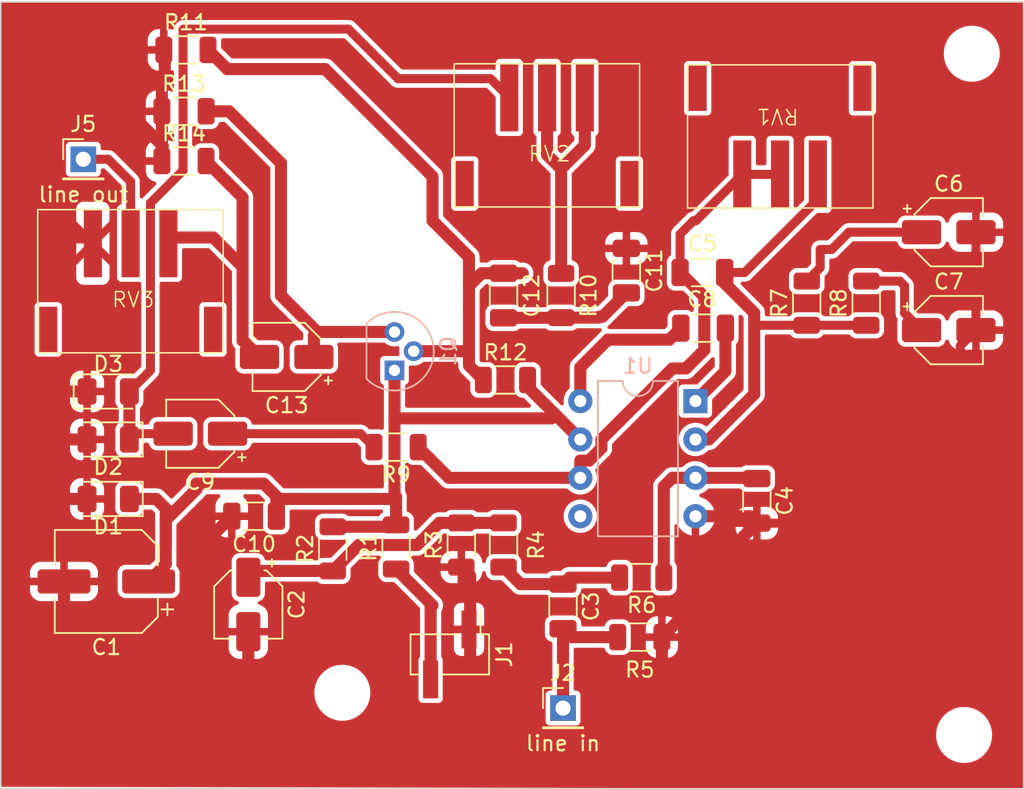
<source format=kicad_pcb>
(kicad_pcb (version 20221018) (generator pcbnew)
  (layers (0 "F.Cu" signal) (31 "B.Cu" signal) (34 "B.Paste" user) (35 "F.Paste" user) (36 "B.SilkS" user "B.Silkscreen") (37 "F.SilkS" user "F.Silkscreen") (38 "B.Mask" user) (39 "F.Mask" user) (44 "Edge.Cuts" user))
  (net 0 "")
  (net 1 "Net-(D1-K)")
  (net 2 "GND")
  (net 3 "Net-(C2-Pad1)")
  (net 4 "Net-(C3-Pad1)")
  (net 5 "LINE")
  (net 6 "Net-(C4-Pad1)")
  (net 7 "Net-(C5-Pad1)")
  (net 8 "Net-(C5-Pad2)")
  (net 9 "Net-(C6-Pad1)")
  (net 10 "Net-(C7-Pad1)")
  (net 11 "Net-(C8-Pad1)")
  (net 12 "Net-(C8-Pad2)")
  (net 13 "Net-(C9-Pad1)")
  (net 14 "Net-(D2-K)")
  (net 15 "Net-(C11-Pad2)")
  (net 16 "Net-(Q1-G)")
  (net 17 "Net-(Q1-S)")
  (net 18 "Net-(C13-Pad2)")
  (net 19 "+9V")
  (net 20 "VD")
  (net 21 "Net-(R10-Pad1)")
  (footprint "Capacitor_SMD:C_1206_3216Metric" (layer "F.Cu") (at 111.633 57.404 -90)
    (fp_text reference "C12" (at 0 -1.85 90) (layer "F.SilkS"))
    (fp_text value "C" hide)
    (fp_line (start -0.711252 -0.91) (end 0.711252 -0.91) (stroke (width 0.12)) (layer "F.SilkS"))
    (fp_line (start -0.711252 0.91) (end 0.711252 0.91) (stroke (width 0.12)) (layer "F.SilkS"))
    (pad "1" smd roundrect (at -1.475 0 270) (size 1.15 1.8) (layers "F.Cu" "F.Paste" "F.Mask") (roundrect_rratio 0.217391) (net 16 "Net-(Q1-G)"))
    (pad "2" smd roundrect (at 1.475 0 270) (size 1.15 1.8) (layers "F.Cu" "F.Paste" "F.Mask") (roundrect_rratio 0.217391) (net 15 "Net-(C11-Pad2)"))
  )
  (footprint "Resistor_SMD:R_1206_3216Metric" (layer "F.Cu") (at 90.4855 48.502)
    (fp_text reference "R14" (at 0 -1.82) (layer "F.SilkS"))
    (fp_text value "R" hide)
    (fp_line (start -0.727064 -0.91) (end 0.727064 -0.91) (stroke (width 0.12)) (layer "F.SilkS"))
    (fp_line (start -0.727064 0.91) (end 0.727064 0.91) (stroke (width 0.12)) (layer "F.SilkS"))
    (pad "1" smd roundrect (at -1.4625 0) (size 1.125 1.75) (layers "F.Cu" "F.Paste" "F.Mask") (roundrect_rratio 0.222222) (net 2 "GND"))
    (pad "2" smd roundrect (at 1.4625 0) (size 1.125 1.75) (layers "F.Cu" "F.Paste" "F.Mask") (roundrect_rratio 0.222222) (net 18 "Net-(C13-Pad2)"))
  )
  (footprint "Resistor_SMD:R_1206_3216Metric" (layer "F.Cu") (at 104.521 74.041 90)
    (fp_text reference "R1" (at 0 -1.82 90) (layer "F.SilkS"))
    (fp_text value "R" hide)
    (fp_line (start -0.727064 -0.91) (end 0.727064 -0.91) (stroke (width 0.12)) (layer "F.SilkS"))
    (fp_line (start -0.727064 0.91) (end 0.727064 0.91) (stroke (width 0.12)) (layer "F.SilkS"))
    (pad "1" smd roundrect (at -1.4625 0 90) (size 1.125 1.75) (layers "F.Cu" "F.Paste" "F.Mask") (roundrect_rratio 0.222222) (net 19 "+9V"))
    (pad "2" smd roundrect (at 1.4625 0 90) (size 1.125 1.75) (layers "F.Cu" "F.Paste" "F.Mask") (roundrect_rratio 0.222222) (net 1 "Net-(D1-K)"))
  )
  (footprint "Diode_SMD:D_1206_3216Metric" (layer "F.Cu") (at 85.471 70.866 180)
    (fp_text reference "D1" (at 0 -1.82) (layer "F.SilkS"))
    (fp_text value "D" hide)
    (fp_line (start -2.285 -1.135) (end -2.285 1.135) (stroke (width 0.12)) (layer "F.SilkS"))
    (fp_line (start -2.285 1.135) (end 1.6 1.135) (stroke (width 0.12)) (layer "F.SilkS"))
    (fp_line (start 1.6 -1.135) (end -2.285 -1.135) (stroke (width 0.12)) (layer "F.SilkS"))
    (pad "1" smd roundrect (at -1.4 0 180) (size 1.25 1.75) (layers "F.Cu" "F.Paste" "F.Mask") (roundrect_rratio 0.2) (net 1 "Net-(D1-K)"))
    (pad "2" smd roundrect (at 1.4 0 180) (size 1.25 1.75) (layers "F.Cu" "F.Paste" "F.Mask") (roundrect_rratio 0.2) (net 2 "GND"))
  )
  (footprint "Capacitor_SMD:CP_Elec_4x5.4" (layer "F.Cu") (at 97.282 61.468 180)
    (fp_text reference "C13" (at 0 -3.2) (layer "F.SilkS"))
    (fp_text value "C_Polarized" hide)
    (fp_line (start -3 -1.56) (end -2.5 -1.56) (stroke (width 0.12)) (layer "F.SilkS"))
    (fp_line (start -2.75 -1.81) (end -2.75 -1.31) (stroke (width 0.12)) (layer "F.SilkS"))
    (fp_line (start -2.26 -1.195563) (end -2.26 -1.06) (stroke (width 0.12)) (layer "F.SilkS"))
    (fp_line (start -2.26 -1.195563) (end -1.195563 -2.26) (stroke (width 0.12)) (layer "F.SilkS"))
    (fp_line (start -2.26 1.195563) (end -2.26 1.06) (stroke (width 0.12)) (layer "F.SilkS"))
    (fp_line (start -2.26 1.195563) (end -1.195563 2.26) (stroke (width 0.12)) (layer "F.SilkS"))
    (fp_line (start -1.195563 -2.26) (end 2.26 -2.26) (stroke (width 0.12)) (layer "F.SilkS"))
    (fp_line (start -1.195563 2.26) (end 2.26 2.26) (stroke (width 0.12)) (layer "F.SilkS"))
    (fp_line (start 2.26 -2.26) (end 2.26 -1.06) (stroke (width 0.12)) (layer "F.SilkS"))
    (fp_line (start 2.26 2.26) (end 2.26 1.06) (stroke (width 0.12)) (layer "F.SilkS"))
    (pad "1" smd roundrect (at -1.8 0 180) (size 2.6 1.6) (layers "F.Cu" "F.Paste" "F.Mask") (roundrect_rratio 0.15625) (net 17 "Net-(Q1-S)"))
    (pad "2" smd roundrect (at 1.8 0 180) (size 2.6 1.6) (layers "F.Cu" "F.Paste" "F.Mask") (roundrect_rratio 0.15625) (net 18 "Net-(C13-Pad2)"))
  )
  (footprint "Resistor_SMD:R_1206_3216Metric" (layer "F.Cu") (at 108.839 73.914 90)
    (fp_text reference "R3" (at 0 -1.82 90) (layer "F.SilkS"))
    (fp_text value "R" hide)
    (fp_line (start -0.727064 -0.91) (end 0.727064 -0.91) (stroke (width 0.12)) (layer "F.SilkS"))
    (fp_line (start -0.727064 0.91) (end 0.727064 0.91) (stroke (width 0.12)) (layer "F.SilkS"))
    (pad "1" smd roundrect (at -1.4625 0 90) (size 1.125 1.75) (layers "F.Cu" "F.Paste" "F.Mask") (roundrect_rratio 0.222222) (net 2 "GND"))
    (pad "2" smd roundrect (at 1.4625 0 90) (size 1.125 1.75) (layers "F.Cu" "F.Paste" "F.Mask") (roundrect_rratio 0.222222) (net 3 "Net-(C2-Pad1)"))
  )
  (footprint "Resistor_SMD:R_1206_3216Metric" (layer "F.Cu") (at 115.443 57.404 -90)
    (fp_text reference "R10" (at 0 -1.82 90) (layer "F.SilkS"))
    (fp_text value "R" hide)
    (fp_line (start -0.727064 -0.91) (end 0.727064 -0.91) (stroke (width 0.12)) (layer "F.SilkS"))
    (fp_line (start -0.727064 0.91) (end 0.727064 0.91) (stroke (width 0.12)) (layer "F.SilkS"))
    (pad "1" smd roundrect (at -1.4625 0 270) (size 1.125 1.75) (layers "F.Cu" "F.Paste" "F.Mask") (roundrect_rratio 0.222222) (net 21 "Net-(R10-Pad1)"))
    (pad "2" smd roundrect (at 1.4625 0 270) (size 1.125 1.75) (layers "F.Cu" "F.Paste" "F.Mask") (roundrect_rratio 0.222222) (net 15 "Net-(C11-Pad2)"))
  )
  (footprint "Resistor_SMD:R_1206_3216Metric" (layer "F.Cu") (at 111.76 62.992)
    (fp_text reference "R12" (at 0 -1.82) (layer "F.SilkS"))
    (fp_text value "R" hide)
    (fp_line (start -0.727064 -0.91) (end 0.727064 -0.91) (stroke (width 0.12)) (layer "F.SilkS"))
    (fp_line (start -0.727064 0.91) (end 0.727064 0.91) (stroke (width 0.12)) (layer "F.SilkS"))
    (pad "1" smd roundrect (at -1.4625 0) (size 1.125 1.75) (layers "F.Cu" "F.Paste" "F.Mask") (roundrect_rratio 0.222222) (net 16 "Net-(Q1-G)"))
    (pad "2" smd roundrect (at 1.4625 0) (size 1.125 1.75) (layers "F.Cu" "F.Paste" "F.Mask") (roundrect_rratio 0.222222) (net 1 "Net-(D1-K)"))
  )
  (footprint "Resistor_SMD:R_1206_3216Metric" (layer "F.Cu") (at 111.633 73.914 90)
    (fp_text reference "R4" (at 0 2.159 90) (layer "F.SilkS"))
    (fp_text value "R" hide)
    (fp_line (start -0.727064 -0.91) (end 0.727064 -0.91) (stroke (width 0.12)) (layer "F.SilkS"))
    (fp_line (start -0.727064 0.91) (end 0.727064 0.91) (stroke (width 0.12)) (layer "F.SilkS"))
    (pad "1" smd roundrect (at -1.4625 0 90) (size 1.125 1.75) (layers "F.Cu" "F.Paste" "F.Mask") (roundrect_rratio 0.222222) (net 4 "Net-(C3-Pad1)"))
    (pad "2" smd roundrect (at 1.4625 0 90) (size 1.125 1.75) (layers "F.Cu" "F.Paste" "F.Mask") (roundrect_rratio 0.222222) (net 3 "Net-(C2-Pad1)"))
  )
  (footprint "Capacitor_SMD:C_1206_3216Metric" (layer "F.Cu") (at 124.792 55.88 180)
    (fp_text reference "C5" (at 0 1.905) (layer "F.SilkS"))
    (fp_text value "C" hide)
    (fp_line (start -0.711252 -0.91) (end 0.711252 -0.91) (stroke (width 0.12)) (layer "F.SilkS"))
    (fp_line (start -0.711252 0.91) (end 0.711252 0.91) (stroke (width 0.12)) (layer "F.SilkS"))
    (pad "1" smd roundrect (at -1.475 0 180) (size 1.15 1.8) (layers "F.Cu" "F.Paste" "F.Mask") (roundrect_rratio 0.217391) (net 7 "Net-(C5-Pad1)"))
    (pad "2" smd roundrect (at 1.475 0 180) (size 1.15 1.8) (layers "F.Cu" "F.Paste" "F.Mask") (roundrect_rratio 0.217391) (net 8 "Net-(C5-Pad2)"))
  )
  (footprint "Resistor_SMD:R_1206_3216Metric" (layer "F.Cu") (at 120.65 80.01)
    (fp_text reference "R5" (at 0 2.159) (layer "F.SilkS"))
    (fp_text value "R" hide)
    (fp_line (start -0.727064 -0.91) (end 0.727064 -0.91) (stroke (width 0.12)) (layer "F.SilkS"))
    (fp_line (start -0.727064 0.91) (end 0.727064 0.91) (stroke (width 0.12)) (layer "F.SilkS"))
    (pad "1" smd roundrect (at -1.4625 0) (size 1.125 1.75) (layers "F.Cu" "F.Paste" "F.Mask") (roundrect_rratio 0.222222) (net 5 "LINE"))
    (pad "2" smd roundrect (at 1.4625 0) (size 1.125 1.75) (layers "F.Cu" "F.Paste" "F.Mask") (roundrect_rratio 0.222222) (net 2 "GND"))
  )
  (footprint "Resistor_SMD:R_1206_3216Metric" (layer "F.Cu") (at 131.699 57.912 90)
    (fp_text reference "R7" (at 0 -1.82 90) (layer "F.SilkS"))
    (fp_text value "R" hide)
    (fp_line (start -0.727064 -0.91) (end 0.727064 -0.91) (stroke (width 0.12)) (layer "F.SilkS"))
    (fp_line (start -0.727064 0.91) (end 0.727064 0.91) (stroke (width 0.12)) (layer "F.SilkS"))
    (pad "1" smd roundrect (at -1.4625 0 90) (size 1.125 1.75) (layers "F.Cu" "F.Paste" "F.Mask") (roundrect_rratio 0.222222) (net 7 "Net-(C5-Pad1)"))
    (pad "2" smd roundrect (at 1.4625 0 90) (size 1.125 1.75) (layers "F.Cu" "F.Paste" "F.Mask") (roundrect_rratio 0.222222) (net 9 "Net-(C6-Pad1)"))
  )
  (footprint "Capacitor_SMD:C_1206_3216Metric" (layer "F.Cu") (at 119.761 55.753 -90)
    (fp_text reference "C11" (at 0 -1.85 90) (layer "F.SilkS"))
    (fp_text value "C" hide)
    (fp_line (start -0.711252 -0.91) (end 0.711252 -0.91) (stroke (width 0.12)) (layer "F.SilkS"))
    (fp_line (start -0.711252 0.91) (end 0.711252 0.91) (stroke (width 0.12)) (layer "F.SilkS"))
    (pad "1" smd roundrect (at -1.475 0 270) (size 1.15 1.8) (layers "F.Cu" "F.Paste" "F.Mask") (roundrect_rratio 0.217391) (net 2 "GND"))
    (pad "2" smd roundrect (at 1.475 0 270) (size 1.15 1.8) (layers "F.Cu" "F.Paste" "F.Mask") (roundrect_rratio 0.217391) (net 15 "Net-(C11-Pad2)"))
  )
  (footprint "Connector_PinHeader_2.54mm:PinHeader_1x01_P2.54mm_Vertical" (layer "F.Cu") (at 83.82 48.387)
    (fp_text reference "J5" (at 0 -2.33) (layer "F.SilkS"))
    (fp_text value "line out" (at 0 2.33) (layer "F.SilkS"))
    (fp_line (start -1.33 -1.33) (end 0 -1.33) (stroke (width 0.12)) (layer "F.SilkS"))
    (fp_line (start -1.33 0) (end -1.33 -1.33) (stroke (width 0.12)) (layer "F.SilkS"))
    (fp_line (start -1.33 1.27) (end -1.33 1.33) (stroke (width 0.12)) (layer "F.SilkS"))
    (fp_line (start -1.33 1.27) (end 1.33 1.27) (stroke (width 0.12)) (layer "F.SilkS"))
    (fp_line (start -1.33 1.33) (end 1.33 1.33) (stroke (width 0.12)) (layer "F.SilkS"))
    (fp_line (start 1.33 1.27) (end 1.33 1.33) (stroke (width 0.12)) (layer "F.SilkS"))
    (pad "1" thru_hole rect (at 0 0) (size 1.7 1.7) (drill 1) (layers "*.Cu" "*.Mask") (net 20 "VD"))
  )
  (footprint "Capacitor_SMD:C_1206_3216Metric" (layer "F.Cu") (at 115.57 77.978 -90)
    (fp_text reference "C3" (at 0 -1.85 90) (layer "F.SilkS"))
    (fp_text value "C")
    (fp_line (start -0.711252 -0.91) (end 0.711252 -0.91) (stroke (width 0.12)) (layer "F.SilkS"))
    (fp_line (start -0.711252 0.91) (end 0.711252 0.91) (stroke (width 0.12)) (layer "F.SilkS"))
    (pad "1" smd roundrect (at -1.475 0 270) (size 1.15 1.8) (layers "F.Cu" "F.Paste" "F.Mask") (roundrect_rratio 0.217391) (net 4 "Net-(C3-Pad1)"))
    (pad "2" smd roundrect (at 1.475 0 270) (size 1.15 1.8) (layers "F.Cu" "F.Paste" "F.Mask") (roundrect_rratio 0.217391) (net 5 "LINE"))
  )
  (footprint "Diode_SMD:D_1206_3216Metric" (layer "F.Cu") (at 85.471 63.754)
    (fp_text reference "D3" (at 0 -1.82) (layer "F.SilkS"))
    (fp_text value "D" hide)
    (fp_line (start -2.285 -1.135) (end -2.285 1.135) (stroke (width 0.12)) (layer "F.SilkS"))
    (fp_line (start -2.285 1.135) (end 1.6 1.135) (stroke (width 0.12)) (layer "F.SilkS"))
    (fp_line (start 1.6 -1.135) (end -2.285 -1.135) (stroke (width 0.12)) (layer "F.SilkS"))
    (pad "1" smd roundrect (at -1.4 0) (size 1.25 1.75) (layers "F.Cu" "F.Paste" "F.Mask") (roundrect_rratio 0.2) (net 2 "GND"))
    (pad "2" smd roundrect (at 1.4 0) (size 1.25 1.75) (layers "F.Cu" "F.Paste" "F.Mask") (roundrect_rratio 0.2) (net 14 "Net-(D2-K)"))
  )
  (footprint "Capacitor_SMD:C_1206_3216Metric" (layer "F.Cu") (at 128.397 70.993 -90)
    (fp_text reference "C4" (at 0 -1.85 90) (layer "F.SilkS"))
    (fp_text value "C" hide)
    (fp_line (start -0.711252 -0.91) (end 0.711252 -0.91) (stroke (width 0.12)) (layer "F.SilkS"))
    (fp_line (start -0.711252 0.91) (end 0.711252 0.91) (stroke (width 0.12)) (layer "F.SilkS"))
    (pad "1" smd roundrect (at -1.475 0 270) (size 1.15 1.8) (layers "F.Cu" "F.Paste" "F.Mask") (roundrect_rratio 0.217391) (net 6 "Net-(C4-Pad1)"))
    (pad "2" smd roundrect (at 1.475 0 270) (size 1.15 1.8) (layers "F.Cu" "F.Paste" "F.Mask") (roundrect_rratio 0.217391) (net 2 "GND"))
  )
  (footprint "Resistor_SMD:R_1206_3216Metric" (layer "F.Cu") (at 90.6125 41.148)
    (fp_text reference "R11" (at 0 -1.82) (layer "F.SilkS"))
    (fp_text value "R" hide)
    (fp_line (start -0.727064 -0.91) (end 0.727064 -0.91) (stroke (width 0.12)) (layer "F.SilkS"))
    (fp_line (start -0.727064 0.91) (end 0.727064 0.91) (stroke (width 0.12)) (layer "F.SilkS"))
    (pad "1" smd roundrect (at -1.4625 0) (size 1.125 1.75) (layers "F.Cu" "F.Paste" "F.Mask") (roundrect_rratio 0.222222) (net 2 "GND"))
    (pad "2" smd roundrect (at 1.4625 0) (size 1.125 1.75) (layers "F.Cu" "F.Paste" "F.Mask") (roundrect_rratio 0.222222) (net 16 "Net-(Q1-G)"))
  )
  (footprint "Capacitor_SMD:CP_Elec_4x5.4" (layer "F.Cu") (at 141.097 53.213)
    (fp_text reference "C6" (at 0 -3.2) (layer "F.SilkS"))
    (fp_text value "C_Polarized" hide)
    (fp_line (start -3 -1.56) (end -2.5 -1.56) (stroke (width 0.12)) (layer "F.SilkS"))
    (fp_line (start -2.75 -1.81) (end -2.75 -1.31) (stroke (width 0.12)) (layer "F.SilkS"))
    (fp_line (start -2.26 -1.195563) (end -2.26 -1.06) (stroke (width 0.12)) (layer "F.SilkS"))
    (fp_line (start -2.26 -1.195563) (end -1.195563 -2.26) (stroke (width 0.12)) (layer "F.SilkS"))
    (fp_line (start -2.26 1.195563) (end -2.26 1.06) (stroke (width 0.12)) (layer "F.SilkS"))
    (fp_line (start -2.26 1.195563) (end -1.195563 2.26) (stroke (width 0.12)) (layer "F.SilkS"))
    (fp_line (start -1.195563 -2.26) (end 2.26 -2.26) (stroke (width 0.12)) (layer "F.SilkS"))
    (fp_line (start -1.195563 2.26) (end 2.26 2.26) (stroke (width 0.12)) (layer "F.SilkS"))
    (fp_line (start 2.26 -2.26) (end 2.26 -1.06) (stroke (width 0.12)) (layer "F.SilkS"))
    (fp_line (start 2.26 2.26) (end 2.26 1.06) (stroke (width 0.12)) (layer "F.SilkS"))
    (pad "1" smd roundrect (at -1.8 0) (size 2.6 1.6) (layers "F.Cu" "F.Paste" "F.Mask") (roundrect_rratio 0.15625) (net 9 "Net-(C6-Pad1)"))
    (pad "2" smd roundrect (at 1.8 0) (size 2.6 1.6) (layers "F.Cu" "F.Paste" "F.Mask") (roundrect_rratio 0.15625) (net 2 "GND"))
  )
  (footprint "Capacitor_SMD:CP_Elec_4x5.4" (layer "F.Cu") (at 94.742 77.851 -90)
    (fp_text reference "C2" (at 0 -3.2 90) (layer "F.SilkS"))
    (fp_text value "C_Polarized" hide)
    (fp_line (start -3 -1.56) (end -2.5 -1.56) (stroke (width 0.12)) (layer "F.SilkS"))
    (fp_line (start -2.75 -1.81) (end -2.75 -1.31) (stroke (width 0.12)) (layer "F.SilkS"))
    (fp_line (start -2.26 -1.195563) (end -2.26 -1.06) (stroke (width 0.12)) (layer "F.SilkS"))
    (fp_line (start -2.26 -1.195563) (end -1.195563 -2.26) (stroke (width 0.12)) (layer "F.SilkS"))
    (fp_line (start -2.26 1.195563) (end -2.26 1.06) (stroke (width 0.12)) (layer "F.SilkS"))
    (fp_line (start -2.26 1.195563) (end -1.195563 2.26) (stroke (width 0.12)) (layer "F.SilkS"))
    (fp_line (start -1.195563 -2.26) (end 2.26 -2.26) (stroke (width 0.12)) (layer "F.SilkS"))
    (fp_line (start -1.195563 2.26) (end 2.26 2.26) (stroke (width 0.12)) (layer "F.SilkS"))
    (fp_line (start 2.26 -2.26) (end 2.26 -1.06) (stroke (width 0.12)) (layer "F.SilkS"))
    (fp_line (start 2.26 2.26) (end 2.26 1.06) (stroke (width 0.12)) (layer "F.SilkS"))
    (pad "1" smd roundrect (at -1.8 0 270) (size 2.6 1.6) (layers "F.Cu" "F.Paste" "F.Mask") (roundrect_rratio 0.15625) (net 3 "Net-(C2-Pad1)"))
    (pad "2" smd roundrect (at 1.8 0 270) (size 2.6 1.6) (layers "F.Cu" "F.Paste" "F.Mask") (roundrect_rratio 0.15625) (net 2 "GND"))
  )
  (footprint "Resistor_SMD:R_1206_3216Metric" (layer "F.Cu") (at 135.636 57.912 90)
    (fp_text reference "R8" (at 0 -1.82 90) (layer "F.SilkS"))
    (fp_text value "R" hide)
    (fp_line (start -0.727064 -0.91) (end 0.727064 -0.91) (stroke (width 0.12)) (layer "F.SilkS"))
    (fp_line (start -0.727064 0.91) (end 0.727064 0.91) (stroke (width 0.12)) (layer "F.SilkS"))
    (pad "1" smd roundrect (at -1.4625 0 90) (size 1.125 1.75) (layers "F.Cu" "F.Paste" "F.Mask") (roundrect_rratio 0.222222) (net 7 "Net-(C5-Pad1)"))
    (pad "2" smd roundrect (at 1.4625 0 90) (size 1.125 1.75) (layers "F.Cu" "F.Paste" "F.Mask") (roundrect_rratio 0.222222) (net 10 "Net-(C7-Pad1)"))
  )
  (footprint "Resistor_SMD:R_1206_3216Metric" (layer "F.Cu") (at 120.777 76.073 180)
    (fp_text reference "R6" (at 0 -1.82) (layer "F.SilkS"))
    (fp_text value "R" hide)
    (fp_line (start -0.727064 -0.91) (end 0.727064 -0.91) (stroke (width 0.12)) (layer "F.SilkS"))
    (fp_line (start -0.727064 0.91) (end 0.727064 0.91) (stroke (width 0.12)) (layer "F.SilkS"))
    (pad "1" smd roundrect (at -1.4625 0 180) (size 1.125 1.75) (layers "F.Cu" "F.Paste" "F.Mask") (roundrect_rratio 0.222222) (net 6 "Net-(C4-Pad1)"))
    (pad "2" smd roundrect (at 1.4625 0 180) (size 1.125 1.75) (layers "F.Cu" "F.Paste" "F.Mask") (roundrect_rratio 0.222222) (net 4 "Net-(C3-Pad1)"))
  )
  (footprint "Connector_PinHeader_2.54mm:PinHeader_1x02_P2.54mm_Vertical_SMD_Pin1Left" (layer "F.Cu") (at 108.077 81.153 -90)
    (fp_text reference "J1" (at 0 -3.6 90) (layer "F.SilkS"))
    (fp_text value "Conn_01x02" hide)
    (fp_line (start -1.33 -2.6) (end -1.33 -2.03) (stroke (width 0.12)) (layer "F.SilkS"))
    (fp_line (start -1.33 -2.6) (end 1.33 -2.6) (stroke (width 0.12)) (layer "F.SilkS"))
    (fp_line (start -1.33 -2.03) (end -2.85 -2.03) (stroke (width 0.12)) (layer "F.SilkS"))
    (fp_line (start -1.33 -0.51) (end -1.33 2.6) (stroke (width 0.12)) (layer "F.SilkS"))
    (fp_line (start -1.33 2.6) (end 1.33 2.6) (stroke (width 0.12)) (layer "F.SilkS"))
    (fp_line (start 1.33 -2.6) (end 1.33 0.51) (stroke (width 0.12)) (layer "F.SilkS"))
    (fp_line (start 1.33 2.03) (end 1.33 2.6) (stroke (width 0.12)) (layer "F.SilkS"))
    (pad "1" smd rect (at -1.655 -1.27 270) (size 2.51 1) (layers "F.Cu" "F.Paste" "F.Mask") (net 2 "GND"))
    (pad "2" smd rect (at 1.655 1.27 270) (size 2.51 1) (layers "F.Cu" "F.Paste" "F.Mask") (net 19 "+9V"))
  )
  (footprint "DCDC buck converter lm2596:XH 2.54mm 3p smd vertical header" (layer "F.Cu") (at 79.079 64.92)
    (fp_text reference "RV3" (at 8.043 -7.238 unlocked) (layer "F.SilkS") (effects (font (thickness 0.1))))
    (fp_text value "Volume")
    (fp_rect (start 1.725 -13.2) (end 14 -3.725) (stroke (width 0.1)) (fill none) (layer "F.SilkS"))
    (pad "1" smd rect (at 5.375 -10.975) (size 1.2 4.5) (layers "F.Cu" "F.Paste" "F.Mask") (net 2 "GND"))
    (pad "2" smd rect (at 7.875 -10.975) (size 1.2 4.5) (layers "F.Cu" "F.Paste" "F.Mask") (net 20 "VD"))
    (pad "3" smd rect (at 10.375 -10.975) (size 1.2 4.5) (layers "F.Cu" "F.Paste" "F.Mask") (net 18 "Net-(C13-Pad2)"))
    (pad "4" smd rect (at 2.425 -5.275) (size 1.2 3) (layers "F.Cu" "F.Paste" "F.Mask"))
    (pad "4" smd rect (at 13.325 -5.275) (size 1.2 3) (layers "F.Cu" "F.Paste" "F.Mask"))
  )
  (footprint "Capacitor_SMD:C_1206_3216Metric" (layer "F.Cu") (at 95.123 72.009 180)
    (fp_text reference "C10" (at 0 -1.85) (layer "F.SilkS"))
    (fp_text value "C" hide)
    (fp_line (start -0.711252 -0.91) (end 0.711252 -0.91) (stroke (width 0.12)) (layer "F.SilkS"))
    (fp_line (start -0.711252 0.91) (end 0.711252 0.91) (stroke (width 0.12)) (layer "F.SilkS"))
    (pad "1" smd roundrect (at -1.475 0 180) (size 1.15 1.8) (layers "F.Cu" "F.Paste" "F.Mask") (roundrect_rratio 0.217391) (net 1 "Net-(D1-K)"))
    (pad "2" smd roundrect (at 1.475 0 180) (size 1.15 1.8) (layers "F.Cu" "F.Paste" "F.Mask") (roundrect_rratio 0.217391) (net 2 "GND"))
  )
  (footprint "MountingHole:MountingHole_3.2mm_M3" (layer "F.Cu") (at 142.621 41.402)
    (fp_text reference "REF**" hide)
    (fp_text value "MountingHole_3.2mm_M3" hide)
    (pad "" np_thru_hole circle (at 0 0) (size 3.2 3.2) (drill 3.2) (layers "F&B.Cu" "*.Mask"))
  )
  (footprint "Capacitor_SMD:CP_Elec_6.3x5.4" (layer "F.Cu") (at 85.344 76.327 180)
    (fp_text reference "C1" (at 0 -4.35) (layer "F.SilkS"))
    (fp_text value "C_Polarized" hide)
    (fp_line (start -4.4375 -1.8475) (end -3.65 -1.8475) (stroke (width 0.12)) (layer "F.SilkS"))
    (fp_line (start -4.04375 -2.24125) (end -4.04375 -1.45375) (stroke (width 0.12)) (layer "F.SilkS"))
    (fp_line (start -3.41 -2.345563) (end -3.41 -1.06) (stroke (width 0.12)) (layer "F.SilkS"))
    (fp_line (start -3.41 -2.345563) (end -2.345563 -3.41) (stroke (width 0.12)) (layer "F.SilkS"))
    (fp_line (start -3.41 2.345563) (end -3.41 1.06) (stroke (width 0.12)) (layer "F.SilkS"))
    (fp_line (start -3.41 2.345563) (end -2.345563 3.41) (stroke (width 0.12)) (layer "F.SilkS"))
    (fp_line (start -2.345563 -3.41) (end 3.41 -3.41) (stroke (width 0.12)) (layer "F.SilkS"))
    (fp_line (start -2.345563 3.41) (end 3.41 3.41) (stroke (width 0.12)) (layer "F.SilkS"))
    (fp_line (start 3.41 -3.41) (end 3.41 -1.06) (stroke (width 0.12)) (layer "F.SilkS"))
    (fp_line (start 3.41 3.41) (end 3.41 1.06) (stroke (width 0.12)) (layer "F.SilkS"))
    (pad "1" smd roundrect (at -2.8 0 180) (size 3.5 1.6) (layers "F.Cu" "F.Paste" "F.Mask") (roundrect_rratio 0.15625) (net 1 "Net-(D1-K)"))
    (pad "2" smd roundrect (at 2.8 0 180) (size 3.5 1.6) (layers "F.Cu" "F.Paste" "F.Mask") (roundrect_rratio 0.15625) (net 2 "GND"))
  )
  (footprint "Resistor_SMD:R_1206_3216Metric" (layer "F.Cu") (at 104.521 67.437 180)
    (fp_text reference "R9" (at 0 -1.82) (layer "F.SilkS"))
    (fp_text value "R" hide)
    (fp_line (start -0.727064 -0.91) (end 0.727064 -0.91) (stroke (width 0.12)) (layer "F.SilkS"))
    (fp_line (start -0.727064 0.91) (end 0.727064 0.91) (stroke (width 0.12)) (layer "F.SilkS"))
    (pad "1" smd roundrect (at -1.4625 0 180) (size 1.125 1.75) (layers "F.Cu" "F.Paste" "F.Mask") (roundrect_rratio 0.222222) (net 8 "Net-(C5-Pad2)"))
    (pad "2" smd roundrect (at 1.4625 0 180) (size 1.125 1.75) (layers "F.Cu" "F.Paste" "F.Mask") (roundrect_rratio 0.222222) (net 13 "Net-(C9-Pad1)"))
  )
  (footprint "MountingHole:MountingHole_3.2mm_M3" (layer "F.Cu") (at 101.219 50.038)
    (fp_text reference "REF**" hide)
    (fp_text value "MountingHole_3.2mm_M3" hide)
    (pad "" np_thru_hole circle (at 0 0) (size 3.2 3.2) (drill 3.2) (layers "F&B.Cu" "*.Mask"))
  )
  (footprint "Connector_PinHeader_2.54mm:PinHeader_1x01_P2.54mm_Vertical" (layer "F.Cu") (at 115.57 84.709)
    (fp_text reference "J2" (at 0 -2.33) (layer "F.SilkS"))
    (fp_text value "line in" (at 0 2.33) (layer "F.SilkS"))
    (fp_line (start -1.33 -1.33) (end 0 -1.33) (stroke (width 0.12)) (layer "F.SilkS"))
    (fp_line (start -1.33 0) (end -1.33 -1.33) (stroke (width 0.12)) (layer "F.SilkS"))
    (fp_line (start -1.33 1.27) (end -1.33 1.33) (stroke (width 0.12)) (layer "F.SilkS"))
    (fp_line (start -1.33 1.27) (end 1.33 1.27) (stroke (width 0.12)) (layer "F.SilkS"))
    (fp_line (start -1.33 1.33) (end 1.33 1.33) (stroke (width 0.12)) (layer "F.SilkS"))
    (fp_line (start 1.33 1.27) (end 1.33 1.33) (stroke (width 0.12)) (layer "F.SilkS"))
    (pad "1" thru_hole rect (at 0 0) (size 1.7 1.7) (drill 1) (layers "*.Cu" "*.Mask") (net 5 "LINE"))
  )
  (footprint "Diode_SMD:D_1206_3216Metric" (layer "F.Cu") (at 85.471 66.929 180)
    (fp_text reference "D2" (at 0 -1.82) (layer "F.SilkS"))
    (fp_text value "D" hide)
    (fp_line (start -2.285 -1.135) (end -2.285 1.135) (stroke (width 0.12)) (layer "F.SilkS"))
    (fp_line (start -2.285 1.135) (end 1.6 1.135) (stroke (width 0.12)) (layer "F.SilkS"))
    (fp_line (start 1.6 -1.135) (end -2.285 -1.135) (stroke (width 0.12)) (layer "F.SilkS"))
    (pad "1" smd roundrect (at -1.4 0 180) (size 1.25 1.75) (layers "F.Cu" "F.Paste" "F.Mask") (roundrect_rratio 0.2) (net 14 "Net-(D2-K)"))
    (pad "2" smd roundrect (at 1.4 0 180) (size 1.25 1.75) (layers "F.Cu" "F.Paste" "F.Mask") (roundrect_rratio 0.2) (net 2 "GND"))
  )
  (footprint "Capacitor_SMD:CP_Elec_4x5.4" (layer "F.Cu") (at 141.097 59.69)
    (fp_text reference "C7" (at 0 -3.2) (layer "F.SilkS"))
    (fp_text value "C_Polarized" hide)
    (fp_line (start -3 -1.56) (end -2.5 -1.56) (stroke (width 0.12)) (layer "F.SilkS"))
    (fp_line (start -2.75 -1.81) (end -2.75 -1.31) (stroke (width 0.12)) (layer "F.SilkS"))
    (fp_line (start -2.26 -1.195563) (end -2.26 -1.06) (stroke (width 0.12)) (layer "F.SilkS"))
    (fp_line (start -2.26 -1.195563) (end -1.195563 -2.26) (stroke (width 0.12)) (layer "F.SilkS"))
    (fp_line (start -2.26 1.195563) (end -2.26 1.06) (stroke (width 0.12)) (layer "F.SilkS"))
    (fp_line (start -2.26 1.195563) (end -1.195563 2.26) (stroke (width 0.12)) (layer "F.SilkS"))
    (fp_line (start -1.195563 -2.26) (end 2.26 -2.26) (stroke (width 0.12)) (layer "F.SilkS"))
    (fp_line (start -1.195563 2.26) (end 2.26 2.26) (stroke (width 0.12)) (layer "F.SilkS"))
    (fp_line (start 2.26 -2.26) (end 2.26 -1.06) (stroke (width 0.12)) (layer "F.SilkS"))
    (fp_line (start 2.26 2.26) (end 2.26 1.06) (stroke (width 0.12)) (layer "F.SilkS"))
    (pad "1" smd roundrect (at -1.8 0) (size 2.6 1.6) (layers "F.Cu" "F.Paste" "F.Mask") (roundrect_rratio 0.15625) (net 10 "Net-(C7-Pad1)"))
    (pad "2" smd roundrect (at 1.8 0) (size 2.6 1.6) (layers "F.Cu" "F.Paste" "F.Mask") (roundrect_rratio 0.15625) (net 2 "GND"))
  )
  (footprint "Capacitor_SMD:C_1206_3216Metric" (layer "F.Cu") (at 124.841 59.563 180)
    (fp_text reference "C8" (at 0.078 1.905) (layer "F.SilkS"))
    (fp_text value "C" hide)
    (fp_line (start -0.711252 -0.91) (end 0.711252 -0.91) (stroke (width 0.12)) (layer "F.SilkS"))
    (fp_line (start -0.711252 0.91) (end 0.711252 0.91) (stroke (width 0.12)) (layer "F.SilkS"))
    (pad "1" smd roundrect (at -1.475 0 180) (size 1.15 1.8) (layers "F.Cu" "F.Paste" "F.Mask") (roundrect_rratio 0.217391) (net 11 "Net-(C8-Pad1)"))
    (pad "2" smd roundrect (at 1.475 0 180) (size 1.15 1.8) (layers "F.Cu" "F.Paste" "F.Mask") (roundrect_rratio 0.217391) (net 12 "Net-(C8-Pad2)"))
  )
  (footprint "MountingHole:MountingHole_3.2mm_M3" (layer "F.Cu") (at 142.113 86.487)
    (fp_text reference "REF**" hide)
    (fp_text value "MountingHole_3.2mm_M3" hide)
    (pad "" np_thru_hole circle (at 0 0) (size 3.2 3.2) (drill 3.2) (layers "*.Cu" "*.Mask"))
  )
  (footprint "DCDC buck converter lm2596:XH 2.54mm 3p smd vertical header" (layer "F.Cu") (at 106.638 55.268)
    (fp_text reference "RV2" (at 8.043 -7.238 unlocked) (layer "F.SilkS") (effects (font (thickness 0.1))))
    (fp_text value "Filter")
    (fp_rect (start 1.725 -13.2) (end 14 -3.725) (stroke (width 0.1)) (fill none) (layer "F.SilkS"))
    (pad "1" smd rect (at 5.375 -10.975) (size 1.2 4.5) (layers "F.Cu" "F.Paste" "F.Mask") (net 14 "Net-(D2-K)"))
    (pad "2" smd rect (at 7.875 -10.975) (size 1.2 4.5) (layers "F.Cu" "F.Paste" "F.Mask") (net 21 "Net-(R10-Pad1)"))
    (pad "3" smd rect (at 10.375 -10.975) (size 1.2 4.5) (layers "F.Cu" "F.Paste" "F.Mask") (net 21 "Net-(R10-Pad1)"))
    (pad "4" smd rect (at 2.425 -5.275) (size 1.2 3) (layers "F.Cu" "F.Paste" "F.Mask"))
    (pad "4" smd rect (at 13.325 -5.275) (size 1.2 3) (layers "F.Cu" "F.Paste" "F.Mask"))
  )
  (footprint "Resistor_SMD:R_1206_3216Metric" (layer "F.Cu") (at 90.4855 45.212)
    (fp_text reference "R13" (at 0 -1.82) (layer "F.SilkS"))
    (fp_text value "R" hide)
    (fp_line (start -0.727064 -0.91) (end 0.727064 -0.91) (stroke (width 0.12)) (layer "F.SilkS"))
    (fp_line (start -0.727064 0.91) (end 0.727064 0.91) (stroke (width 0.12)) (layer "F.SilkS"))
    (pad "1" smd roundrect (at -1.4625 0) (size 1.125 1.75) (layers "F.Cu" "F.Paste" "F.Mask") (roundrect_rratio 0.222222) (net 2 "GND"))
    (pad "2" smd roundrect (at 1.4625 0) (size 1.125 1.75) (layers "F.Cu" "F.Paste" "F.Mask") (roundrect_rratio 0.222222) (net 17 "Net-(Q1-S)"))
  )
  (footprint "Capacitor_SMD:CP_Elec_4x5.4" (layer "F.Cu") (at 91.567 66.548 180)
    (fp_text reference "C9" (at 0 -3.2) (layer "F.SilkS"))
    (fp_text value "C_Polarized" hide)
    (fp_line (start -3 -1.56) (end -2.5 -1.56) (stroke (width 0.12)) (layer "F.SilkS"))
    (fp_line (start -2.75 -1.81) (end -2.75 -1.31) (stroke (width 0.12)) (layer "F.SilkS"))
    (fp_line (start -2.26 -1.195563) (end -2.26 -1.06) (stroke (width 0.12)) (layer "F.SilkS"))
    (fp_line (start -2.26 -1.195563) (end -1.195563 -2.26) (stroke (width 0.12)) (layer "F.SilkS"))
    (fp_line (start -2.26 1.195563) (end -2.26 1.06) (stroke (width 0.12)) (layer "F.SilkS"))
    (fp_line (start -2.26 1.195563) (end -1.195563 2.26) (stroke (width 0.12)) (layer "F.SilkS"))
    (fp_line (start -1.195563 -2.26) (end 2.26 -2.26) (stroke (width 0.12)) (layer "F.SilkS"))
    (fp_line (start -1.195563 2.26) (end 2.26 2.26) (stroke (width 0.12)) (layer "F.SilkS"))
    (fp_line (start 2.26 -2.26) (end 2.26 -1.06) (stroke (width 0.12)) (layer "F.SilkS"))
    (fp_line (start 2.26 2.26) (end 2.26 1.06) (stroke (width 0.12)) (layer "F.SilkS"))
    (pad "1" smd roundrect (at -1.8 0 180) (size 2.6 1.6) (layers "F.Cu" "F.Paste" "F.Mask") (roundrect_rratio 0.15625) (net 13 "Net-(C9-Pad1)"))
    (pad "2" smd roundrect (at 1.8 0 180) (size 2.6 1.6) (layers "F.Cu" "F.Paste" "F.Mask") (roundrect_rratio 0.15625) (net 14 "Net-(D2-K)"))
  )
  (footprint "Resistor_SMD:R_1206_3216Metric" (layer "F.Cu") (at 100.33 74.168 90)
    (fp_text reference "R2" (at 0 -1.82 90) (layer "F.SilkS"))
    (fp_text value "R" hide)
    (fp_line (start -0.727064 -0.91) (end 0.727064 -0.91) (stroke (width 0.12)) (layer "F.SilkS"))
    (fp_line (start -0.727064 0.91) (end 0.727064 0.91) (stroke (width 0.12)) (layer "F.SilkS"))
    (pad "1" smd roundrect (at -1.4625 0 90) (size 1.125 1.75) (layers "F.Cu" "F.Paste" "F.Mask") (roundrect_rratio 0.222222) (net 3 "Net-(C2-Pad1)"))
    (pad "2" smd roundrect (at 1.4625 0 90) (size 1.125 1.75) (layers "F.Cu" "F.Paste" "F.Mask") (roundrect_rratio 0.222222) (net 1 "Net-(D1-K)"))
  )
  (footprint "DCDC buck converter lm2596:XH 2.54mm 3p smd vertical header" (layer "F.Cu") (at 137.807 38.413 180)
    (fp_text reference "RV1" (at 8.043 -7.135 180 unlocked) (layer "F.SilkS") (effects (font (thickness 0.1))))
    (fp_text value "Distortion")
    (fp_rect (start 1.725 -13.2) (end 14 -3.725) (stroke (width 0.1)) (fill none) (layer "F.SilkS"))
    (pad "1" smd rect (at 5.375 -10.975 180) (size 1.2 4.5) (layers "F.Cu" "F.Paste" "F.Mask") (net 7 "Net-(C5-Pad1)"))
    (pad "2" smd rect (at 7.875 -10.975 180) (size 1.2 4.5) (layers "F.Cu" "F.Paste" "F.Mask") (net 8 "Net-(C5-Pad2)"))
    (pad "3" smd rect (at 10.375 -10.975 180) (size 1.2 4.5) (layers "F.Cu" "F.Paste" "F.Mask") (net 8 "Net-(C5-Pad2)"))
    (pad "4" smd rect (at 2.425 -5.275 180) (size 1.2 3) (layers "F.Cu" "F.Paste" "F.Mask"))
    (pad "4" smd rect (at 13.325 -5.275 180) (size 1.2 3) (layers "F.Cu" "F.Paste" "F.Mask"))
  )
  (footprint "MountingHole:MountingHole_3.2mm_M3" (layer "F.Cu") (at 100.965 83.693)
    (fp_text reference "REF**" hide)
    (fp_text value "MountingHole_3.2mm_M3" hide)
    (pad "" np_thru_hole circle (at 0 0) (size 3.2 3.2) (drill 3.2) (layers "F&B.Cu" "*.Mask"))
  )
  (footprint "Package_DIP:DIP-8_W7.62mm" (layer "B.Cu") (at 124.333 64.389 180)
    (fp_text reference "U1" (at 3.81 2.33) (layer "B.SilkS") (effects (justify mirror)))
    (fp_text value "LM308")
    (fp_line (start 1.16 -8.95) (end 6.46 -8.95) (stroke (width 0.12)) (layer "B.SilkS"))
    (fp_line (start 1.16 1.33) (end 1.16 -8.95) (stroke (width 0.12)) (layer "B.SilkS"))
    (fp_line (start 2.81 1.33) (end 1.16 1.33) (stroke (width 0.12)) (layer "B.SilkS"))
    (fp_line (start 6.46 -8.95) (end 6.46 1.33) (stroke (width 0.12)) (layer "B.SilkS"))
    (fp_line (start 6.46 1.33) (end 4.81 1.33) (stroke (width 0.12)) (layer "B.SilkS"))
    (fp_arc (start 2.81 1.33) (mid 3.81 0.33) (end 4.81 1.33) (stroke (width 0.12)) (layer "B.SilkS"))
    (pad "1" thru_hole rect (at 0 0 180) (size 1.6 1.6) (drill 0.8) (layers "*.Cu" "*.Mask") (net 11 "Net-(C8-Pad1)"))
    (pad "2" thru_hole oval (at 0 -2.54 180) (size 1.6 1.6) (drill 0.8) (layers "*.Cu" "*.Mask") (net 7 "Net-(C5-Pad1)"))
    (pad "3" thru_hole oval (at 0 -5.08 180) (size 1.6 1.6) (drill 0.8) (layers "*.Cu" "*.Mask") (net 6 "Net-(C4-Pad1)"))
    (pad "4" thru_hole oval (at 0 -7.62 180) (size 1.6 1.6) (drill 0.8) (layers "*.Cu" "*.Mask") (net 2 "GND"))
    (pad "5" thru_hole oval (at 7.62 -7.62 180) (size 1.6 1.6) (drill 0.8) (layers "*.Cu" "*.Mask"))
    (pad "6" thru_hole oval (at 7.62 -5.08 180) (size 1.6 1.6) (drill 0.8) (layers "*.Cu" "*.Mask") (net 8 "Net-(C5-Pad2)"))
    (pad "7" thru_hole oval (at 7.62 -2.54 180) (size 1.6 1.6) (drill 0.8) (layers "*.Cu" "*.Mask") (net 1 "Net-(D1-K)"))
    (pad "8" thru_hole oval (at 7.62 0 180) (size 1.6 1.6) (drill 0.8) (layers "*.Cu" "*.Mask") (net 12 "Net-(C8-Pad2)"))
  )
  (footprint "Package_TO_SOT_THT:TO-92" (layer "B.Cu") (at 104.415 62.357 90)
    (fp_text reference "Q1" (at 1.27 3.56 90) (layer "B.SilkS") (effects (justify mirror)))
    (fp_text value "2N5458")
    (fp_line (start -0.53 -1.85) (end 3.07 -1.85) (stroke (width 0.12)) (layer "B.SilkS"))
    (fp_arc (start 1.27 2.6) (mid -1.132087 0.994977) (end -0.568478 -1.838478) (stroke (width 0.12)) (layer "B.SilkS"))
    (fp_arc (start 3.108478 -1.838478) (mid 3.672087 0.994977) (end 1.27 2.6) (stroke (width 0.12)) (layer "B.SilkS"))
    (pad "1" thru_hole rect (at 0 0 90) (size 1.3 1.3) (drill 0.75) (layers "*.Cu" "*.Mask") (net 1 "Net-(D1-K)"))
    (pad "2" thru_hole circle (at 1.27 1.27 90) (size 1.3 1.3) (drill 0.75) (layers "*.Cu" "*.Mask") (net 16 "Net-(Q1-G)"))
    (pad "3" thru_hole circle (at 2.54 0 90) (size 1.3 1.3) (drill 0.75) (layers "*.Cu" "*.Mask") (net 17 "Net-(Q1-S)"))
  )
  (gr_rect (start 78.359 37.973) (end 146.05 90.043) (stroke (width 0.1)) (fill none) (layer "Edge.Cuts"))
  (segment (start 89.281 71.501) (end 88.646 70.866) (width 0.8) (layer "F.Cu") (net 1))
  (segment (start 115.062 65.278) (end 116.713 66.929) (width 0.8) (layer "F.Cu") (net 1))
  (segment (start 89.281 74.038) (end 89.281 71.501) (width 0.8) (layer "F.Cu") (net 1))
  (segment (start 113.2225 62.992) (end 113.2225 63.4385) (width 0.8) (layer "F.Cu") (net 1))
  (segment (start 96.598 70.69) (end 95.758 69.85) (width 0.8) (layer "F.Cu") (net 1))
  (segment (start 89.281 75.19) (end 88.144 76.327) (width 0.8) (layer "F.Cu") (net 1))
  (segment (start 114.808 65.532) (end 104.415 65.532) (width 0.8) (layer "F.Cu") (net 1))
  (segment (start 91.313 70.231) (end 89.281 72.263) (width 0.8) (layer "F.Cu") (net 1))
  (segment (start 104.394 70.866) (end 96.598 70.866) (width 0.8) (layer "F.Cu") (net 1))
  (segment (start 91.313 69.85) (end 91.313 70.231) (width 0.8) (layer "F.Cu") (net 1))
  (segment (start 104.521 62.23) (end 104.394 62.103) (width 0.8) (layer "F.Cu") (net 1))
  (segment (start 88.646 70.866) (end 86.871 70.866) (width 0.8) (layer "F.Cu") (net 1))
  (segment (start 113.2225 63.4385) (end 115.062 65.278) (width 0.8) (layer "F.Cu") (net 1))
  (segment (start 104.521 72.5785) (end 104.521 70.739) (width 0.8) (layer "F.Cu") (net 1))
  (segment (start 96.598 70.866) (end 96.598 70.69) (width 0.8) (layer "F.Cu") (net 1))
  (segment (start 104.521 70.739) (end 104.415 70.633) (width 0.8) (layer "F.Cu") (net 1))
  (segment (start 104.415 65.532) (end 104.415 62.357) (width 0.8) (layer "F.Cu") (net 1))
  (segment (start 104.394 72.7055) (end 104.521 72.5785) (width 0.8) (layer "F.Cu") (net 1))
  (segment (start 89.281 72.263) (end 89.281 75.19) (width 0.8) (layer "F.Cu") (net 1))
  (segment (start 96.598 70.866) (end 96.598 72.009) (width 0.8) (layer "F.Cu") (net 1))
  (segment (start 115.062 65.278) (end 114.808 65.532) (width 0.8) (layer "F.Cu") (net 1))
  (segment (start 104.415 70.633) (end 104.415 65.532) (width 0.8) (layer "F.Cu") (net 1))
  (segment (start 104.521 70.739) (end 104.394 70.866) (width 0.8) (layer "F.Cu") (net 1))
  (segment (start 100.33 72.7055) (end 104.394 72.7055) (width 0.8) (layer "F.Cu") (net 1))
  (segment (start 95.758 69.85) (end 91.313 69.85) (width 0.8) (layer "F.Cu") (net 1))
  (segment (start 99.314 88.9) (end 91.567 88.9) (width 0.8) (layer "F.Cu") (net 2))
  (segment (start 142.897 59.69) (end 142.897 53.213) (width 0.6) (layer "F.Cu") (net 2))
  (segment (start 133.223 66.294) (end 133.223 70.866) (width 0.6) (layer "F.Cu") (net 2))
  (segment (start 108.839 75.3765) (end 109.423 75.9605) (width 0.8) (layer "F.Cu") (net 2))
  (segment (start 79.502 88.9) (end 79.248 88.646) (width 0.8) (layer "F.Cu") (net 2))
  (segment (start 79.248 63.627) (end 79.248 65.024) (width 0.8) (layer "F.Cu") (net 2))
  (segment (start 84.071 70.866) (end 79.886 70.866) (width 0.8) (layer "F.Cu") (net 2))
  (segment (start 135.255 64.262) (end 133.223 66.294) (width 0.6) (layer "F.Cu") (net 2))
  (segment (start 94.742 79.651) (end 94.742 88.9) (width 0.8) (layer "F.Cu") (net 2))
  (segment (start 79.248 62.484) (end 79.248 63.627) (width 0.8) (layer "F.Cu") (net 2))
  (segment (start 79.248 68.961) (end 79.248 88.646) (width 0.8) (layer "F.Cu") (net 2))
  (segment (start 79.248 65.024) (end 79.248 68.961) (width 0.8) (layer "F.Cu") (net 2))
  (segment (start 122.1125 86.9295) (end 122.1125 80.01) (width 0.8) (layer "F.Cu") (net 2))
  (segment (start 128.397 72.468) (end 125.222 75.643) (width 0.8) (layer "F.Cu") (net 2))
  (segment (start 109.423 88.9) (end 119.888 88.9) (width 0.8) (layer "F.Cu") (net 2))
  (segment (start 141.859 64.262) (end 135.255 64.262) (width 0.6) (layer "F.Cu") (net 2))
  (segment (start 91.313 74.344) (end 91.313 88.646) (width 0.8) (layer "F.Cu") (net 2))
  (segment (start 89.0885 47.51) (end 86.0285 44.45) (width 0.8) (layer "F.Cu") (net 2))
  (segment (start 79.472 53.564) (end 79.248 53.34) (width 0.8) (layer "F.Cu") (net 2))
  (segment (start 91.313 88.646) (end 91.567 88.9) (width 0.8) (layer "F.Cu") (net 2))
  (segment (start 142.897 59.69) (end 141.859 60.728) (width 0.6) (layer "F.Cu") (net 2))
  (segment (start 81.28 44.45) (end 79.248 46.482) (width 0.8) (layer "F.Cu") (net 2))
  (segment (start 125.222 78.105) (end 124.0175 78.105) (width 0.8) (layer "F.Cu") (net 2))
  (segment (start 84.071 63.754) (end 79.375 63.754) (width 0.8) (layer "F.Cu") (net 2))
  (segment (start 79.375 63.754) (end 79.248 63.627) (width 0.8) (layer "F.Cu") (net 2))
  (segment (start 109.423 75.9605) (end 109.423 88.9) (width 0.8) (layer "F.Cu") (net 2))
  (segment (start 89.2155 43.446) (end 89.023 43.6385) (width 0.8) (layer "F.Cu") (net 2))
  (segment (start 91.567 88.9) (end 82.544 88.9) (width 0.8) (layer "F.Cu") (net 2))
  (segment (start 131.269 72.468) (end 128.397 72.468) (width 0.6) (layer "F.Cu") (net 2))
  (segment (start 86.0285 44.45) (end 81.28 44.45) (width 0.8) (layer "F.Cu") (net 2))
  (segment (start 109.423 88.9) (end 99.314 88.9) (width 0.8) (layer "F.Cu") (net 2))
  (segment (start 79.248 53.34) (end 79.248 57.404) (width 0.8) (layer "F.Cu") (net 2))
  (segment (start 84.071 66.929) (end 79.886 66.929) (width 0.8) (layer "F.Cu") (net 2))
  (segment (start 131.445 72.644) (end 131.269 72.468) (width 0.6) (layer "F.Cu") (net 2))
  (segment (start 89.15 41.148) (end 89.2155 41.2135) (width 0.8) (layer "F.Cu") (net 2))
  (segment (start 133.223 70.866) (end 131.445 72.644) (width 0.6) (layer "F.Cu") (net 2))
  (segment (start 89.0885 41.2095) (end 89.15 41.148) (width 0.8) (layer "F.Cu") (net 2))
  (segment (start 128.397 72.468) (end 127.938 72.009) (width 0.8) (layer "F.Cu") (net 2))
  (segment (start 82.544 88.9) (end 79.502 88.9) (width 0.8) (layer "F.Cu") (net 2))
  (segment (start 125.222 75.643) (end 125.222 78.105) (width 0.8) (layer "F.Cu") (net 2))
  (segment (start 82.544 76.327) (end 82.544 88.9) (width 0.8) (layer "F.Cu") (net 2))
  (segment (start 119.888 88.9) (end 120.015 89.027) (width 0.8) (layer "F.Cu") (net 2))
  (segment (start 89.023 43.6385) (end 89.023 45.212) (width 0.8) (layer "F.Cu") (net 2))
  (segment (start 79.248 57.404) (end 79.248 62.484) (width 0.8) (layer "F.Cu") (net 2))
  (segment (start 93.648 72.009) (end 91.313 74.344) (width 0.8) (layer "F.Cu") (net 2))
  (segment (start 124.0175 78.105) (end 122.1125 80.01) (width 0.8) (layer "F.Cu") (net 2))
  (segment (start 141.859 60.728) (end 141.859 64.262) (width 0.6) (layer "F.Cu") (net 2))
  (segment (start 79.248 46.482) (end 79.248 53.34) (width 0.8) (layer "F.Cu") (net 2))
  (segment (start 120.015 89.027) (end 122.1125 86.9295) (width 0.8) (layer "F.Cu") (net 2))
  (segment (start 89.2155 41.2135) (end 89.2155 43.446) (width 0.8) (layer "F.Cu") (net 2))
  (segment (start 124.333 72.009) (end 127.938 72.009) (width 0.8) (layer "F.Cu") (net 2))
  (segment (start 84.454 53.564) (end 79.472 53.564) (width 0.8) (layer "F.Cu") (net 2))
  (segment (start 89.023 48.502) (end 89.023 45.212) (width 0.8) (layer "F.Cu") (net 2))
  (segment (start 102.0465 73.914) (end 105.918 73.914) (width 0.8) (layer "F.Cu") (net 3))
  (segment (start 107.3805 72.4515) (end 108.839 72.4515) (width 0.8) (layer "F.Cu") (net 3))
  (segment (start 105.918 73.914) (end 107.3805 72.4515) (width 0.8) (layer "F.Cu") (net 3))
  (segment (start 100.33 75.6305) (end 95.1625 75.6305) (width 0.8) (layer "F.Cu") (net 3))
  (segment (start 95.1625 75.6305) (end 94.742 76.051) (width 0.8) (layer "F.Cu") (net 3))
  (segment (start 111.633 72.4515) (end 108.839 72.4515) (width 0.8) (layer "F.Cu") (net 3))
  (segment (start 100.33 75.6305) (end 102.0465 73.914) (width 0.8) (layer "F.Cu") (net 3))
  (segment (start 119.3145 76.073) (end 116 76.073) (width 0.8) (layer "F.Cu") (net 4))
  (segment (start 112.7595 76.503) (end 111.633 75.3765) (width 0.8) (layer "F.Cu") (net 4))
  (segment (start 116 76.073) (end 115.57 76.503) (width 0.8) (layer "F.Cu") (net 4))
  (segment (start 115.57 76.503) (end 112.7595 76.503) (width 0.8) (layer "F.Cu") (net 4))
  (segment (start 115.57 84.709) (end 115.57 79.453) (width 0.8) (layer "F.Cu") (net 5))
  (segment (start 116.127 80.01) (end 115.57 79.453) (width 0.8) (layer "F.Cu") (net 5))
  (segment (start 119.1875 80.01) (end 116.127 80.01) (width 0.8) (layer "F.Cu") (net 5))
  (segment (start 124.333 69.469) (end 122.809 69.469) (width 0.8) (layer "F.Cu") (net 6))
  (segment (start 122.809 69.469) (end 122.2395 70.0385) (width 0.8) (layer "F.Cu") (net 6))
  (segment (start 122.2395 70.0385) (end 122.2395 76.073) (width 0.8) (layer "F.Cu") (net 6))
  (segment (start 128.348 69.469) (end 128.397 69.518) (width 0.8) (layer "F.Cu") (net 6))
  (segment (start 124.333 69.469) (end 128.348 69.469) (width 0.8) (layer "F.Cu") (net 6))
  (segment (start 128.221 59.182) (end 128.221 58.547) (width 0.8) (layer "F.Cu") (net 7))
  (segment (start 128.221 63.93) (end 128.221 59.182) (width 0.8) (layer "F.Cu") (net 7))
  (segment (start 132.432 49.388) (end 132.432 51.038) (width 0.6) (layer "F.Cu") (net 7))
  (segment (start 132.432 51.038) (end 127.59 55.88) (width 0.6) (layer "F.Cu") (net 7))
  (segment (start 135.636 59.3745) (end 131.699 59.3745) (width 0.6) (layer "F.Cu") (net 7))
  (segment (start 124.333 66.929) (end 125.222 66.929) (width 0.8) (layer "F.Cu") (net 7))
  (segment (start 127.59 55.88) (end 126.267 55.88) (width 0.6) (layer "F.Cu") (net 7))
  (segment (start 128.221 58.547) (end 126.267 56.593) (width 0.8) (layer "F.Cu") (net 7))
  (segment (start 131.699 59.3745) (end 128.4135 59.3745) (width 0.6) (layer "F.Cu") (net 7))
  (segment (start 125.222 66.929) (end 128.221 63.93) (width 0.8) (layer "F.Cu") (net 7))
  (segment (start 128.4135 59.3745) (end 128.221 59.182) (width 0.6) (layer "F.Cu") (net 7))
  (segment (start 126.267 56.593) (end 126.267 55.88) (width 0.8) (layer "F.Cu") (net 7))
  (segment (start 129.932 49.388) (end 127.432 49.388) (width 0.6) (layer "F.Cu") (net 8))
  (segment (start 123.698 62.23) (end 124.919 61.009) (width 0.8) (layer "F.Cu") (net 8))
  (segment (start 123.317 53.34) (end 123.317 55.88) (width 0.6) (layer "F.Cu") (net 8))
  (segment (start 124.206 52.451) (end 123.317 53.34) (width 0.6) (layer "F.Cu") (net 8))
  (segment (start 117.292899 68.329) (end 116.713 68.329) (width 0.8) (layer "F.Cu") (net 8))
  (segment (start 108.0155 69.469) (end 116.713 69.469) (width 0.8) (layer "F.Cu") (net 8))
  (segment (start 118.113 67.508899) (end 117.292899 68.329) (width 0.8) (layer "F.Cu") (net 8))
  (segment (start 124.369 52.451) (end 124.206 52.451) (width 0.6) (layer "F.Cu") (net 8))
  (segment (start 105.9835 67.437) (end 108.0155 69.469) (width 0.8) (layer "F.Cu") (net 8))
  (segment (start 122.809 62.23) (end 118.113 66.926) (width 0.8) (layer "F.Cu") (net 8))
  (segment (start 123.317 55.88) (end 124.919 57.482) (width 0.8) (layer "F.Cu") (net 8))
  (segment (start 116.713 68.329) (end 116.713 69.469) (width 0.8) (layer "F.Cu") (net 8))
  (segment (start 123.698 62.23) (end 122.809 62.23) (width 0.8) (layer "F.Cu") (net 8))
  (segment (start 124.919 61.009) (end 124.919 57.482) (width 0.8) (layer "F.Cu") (net 8))
  (segment (start 127.432 49.388) (end 124.369 52.451) (width 0.6) (layer "F.Cu") (net 8))
  (segment (start 118.113 66.926) (end 118.113 67.508899) (width 0.8) (layer "F.Cu") (net 8))
  (segment (start 132.588 55.5605) (end 132.588 54.356) (width 0.6) (layer "F.Cu") (net 9))
  (segment (start 132.588 54.356) (end 133.35 54.356) (width 0.6) (layer "F.Cu") (net 9))
  (segment (start 134.493 53.213) (end 139.297 53.213) (width 0.6) (layer "F.Cu") (net 9))
  (segment (start 133.35 54.356) (end 134.493 53.213) (width 0.6) (layer "F.Cu") (net 9))
  (segment (start 131.699 56.4495) (end 132.588 55.5605) (width 0.6) (layer "F.Cu") (net 9))
  (segment (start 138.176 58.569) (end 139.297 59.69) (width 0.6) (layer "F.Cu") (net 10))
  (segment (start 135.636 56.4495) (end 137.8565 56.4495) (width 0.6) (layer "F.Cu") (net 10))
  (segment (start 137.8565 56.4495) (end 138.176 56.769) (width 0.6) (layer "F.Cu") (net 10))
  (segment (start 138.176 56.769) (end 138.176 58.569) (width 0.6) (layer "F.Cu") (net 10))
  (segment (start 126.316 59.563) (end 126.316 62.406) (width 0.8) (layer "F.Cu") (net 11))
  (segment (start 126.316 62.406) (end 124.333 64.389) (width 0.8) (layer "F.Cu") (net 11))
  (segment (start 118.54 60.325) (end 122.604 60.325) (width 0.8) (layer "F.Cu") (net 12))
  (segment (start 116.713 64.389) (end 116.713 62.152) (width 0.8) (layer "F.Cu") (net 12))
  (segment (start 116.713 62.152) (end 118.54 60.325) (width 0.8) (layer "F.Cu") (net 12))
  (segment (start 122.604 60.325) (end 123.366 59.563) (width 0.8) (layer "F.Cu") (net 12))
  (segment (start 93.367 66.548) (end 102.1695 66.548) (width 0.6) (layer "F.Cu") (net 13))
  (segment (start 102.1695 66.548) (end 103.0585 67.437) (width 0.6) (layer "F.Cu") (net 13))
  (segment (start 110.773 43.053) (end 112.013 44.293) (width 0.6) (layer "F.Cu") (net 14))
  (segment (start 104.648 43.053) (end 110.773 43.053) (width 0.6) (layer "F.Cu") (net 14))
  (segment (start 89.767 66.548) (end 87.252 66.548) (width 0.6) (layer "F.Cu") (net 14))
  (segment (start 90.424 39.808) (end 90.459 39.773) (width 0.6) (layer "F.Cu") (net 14))
  (segment (start 90.424 49.125) (end 90.424 39.808) (width 0.6) (layer "F.Cu") (net 14))
  (segment (start 101.368 39.773) (end 104.648 43.053) (width 0.6) (layer "F.Cu") (net 14))
  (segment (start 86.871 63.754) (end 88.265 62.36) (width 0.6) (layer "F.Cu") (net 14))
  (segment (start 88.265 51.284) (end 90.424 49.125) (width 0.6) (layer "F.Cu") (net 14))
  (segment (start 87.252 66.548) (end 86.871 66.929) (width 0.6) (layer "F.Cu") (net 14))
  (segment (start 90.459 39.773) (end 101.368 39.773) (width 0.6) (layer "F.Cu") (net 14))
  (segment (start 88.265 62.36) (end 88.265 51.284) (width 0.6) (layer "F.Cu") (net 14))
  (segment (start 86.871 66.929) (end 86.871 63.754) (width 0.8) (layer "F.Cu") (net 14))
  (segment (start 117.9175 58.8665) (end 115.443 58.8665) (width 0.8) (layer "F.Cu") (net 15))
  (segment (start 111.633 58.879) (end 115.4305 58.879) (width 0.8) (layer "F.Cu") (net 15))
  (segment (start 117.983 58.801) (end 117.9175 58.8665) (width 0.8) (layer "F.Cu") (net 15))
  (segment (start 119.761 57.228) (end 118.188 58.801) (width 0.8) (layer "F.Cu") (net 15))
  (segment (start 115.4305 58.879) (end 115.443 58.8665) (width 0.8) (layer "F.Cu") (net 15))
  (segment (start 118.188 58.801) (end 117.983 58.801) (width 0.8) (layer "F.Cu") (net 15))
  (segment (start 106.934 52.451) (end 106.934 49.53) (width 0.8) (layer "F.Cu") (net 16))
  (segment (start 109.22 61.087) (end 105.685 61.087) (width 0.8) (layer "F.Cu") (net 16))
  (segment (start 109.347 54.864) (end 106.934 52.451) (width 0.8) (layer "F.Cu") (net 16))
  (segment (start 109.347 56.769) (end 109.347 54.864) (width 0.8) (layer "F.Cu") (net 16))
  (segment (start 109.347 61.214) (end 109.22 61.087) (width 0.8) (layer "F.Cu") (net 16))
  (segment (start 106.934 49.53) (end 99.822 42.418) (width 0.8) (layer "F.Cu") (net 16))
  (segment (start 109.347 62.0415) (end 109.347 61.214) (width 0.8) (layer "F.Cu") (net 16))
  (segment (start 93.345 42.418) (end 92.075 41.148) (width 0.8) (layer "F.Cu") (net 16))
  (segment (start 109.347 56.769) (end 110.187 55.929) (width 0.8) (layer "F.Cu") (net 16))
  (segment (start 99.822 42.418) (end 93.345 42.418) (width 0.8) (layer "F.Cu") (net 16))
  (segment (start 109.347 61.214) (end 109.347 58.039) (width 0.8) (layer "F.Cu") (net 16))
  (segment (start 110.187 55.929) (end 112.903 55.929) (width 0.8) (layer "F.Cu") (net 16))
  (segment (start 110.2975 62.992) (end 109.347 62.0415) (width 0.8) (layer "F.Cu") (net 16))
  (segment (start 109.347 58.039) (end 109.347 56.769) (width 0.8) (layer "F.Cu") (net 16))
  (segment (start 99.082 60.049) (end 99.082 61.468) (width 0.8) (layer "F.Cu") (net 17))
  (segment (start 99.314 59.817) (end 99.082 60.049) (width 0.8) (layer "F.Cu") (net 17))
  (segment (start 99.314 59.817) (end 104.415 59.817) (width 0.8) (layer "F.Cu") (net 17))
  (segment (start 96.901 48.641) (end 96.901 57.404) (width 0.8) (layer "F.Cu") (net 17))
  (segment (start 93.472 45.212) (end 96.901 48.641) (width 0.8) (layer "F.Cu") (net 17))
  (segment (start 96.901 57.404) (end 99.314 59.817) (width 0.8) (layer "F.Cu") (net 17))
  (segment (start 91.948 45.212) (end 93.472 45.212) (width 0.8) (layer "F.Cu") (net 17))
  (segment (start 94.361 50.915) (end 91.948 48.502) (width 0.8) (layer "F.Cu") (net 18))
  (segment (start 94.361 55.499) (end 94.361 50.915) (width 0.8) (layer "F.Cu") (net 18))
  (segment (start 92.426 53.564) (end 89.454 53.564) (width 0.8) (layer "F.Cu") (net 18))
  (segment (start 94.361 60.393) (end 94.361 55.499) (width 0.8) (layer "F.Cu") (net 18))
  (segment (start 94.361 60.393) (end 94.407 60.393) (width 0.8) (layer "F.Cu") (net 18))
  (segment (start 94.407 60.393) (end 95.482 61.468) (width 0.8) (layer "F.Cu") (net 18))
  (segment (start 94.361 55.499) (end 92.426 53.564) (width 0.8) (layer "F.Cu") (net 18))
  (segment (start 106.923 77.9055) (end 106.807 78.0215) (width 0.8) (layer "F.Cu") (net 19))
  (segment (start 104.521 75.5035) (end 106.923 77.9055) (width 0.8) (layer "F.Cu") (net 19))
  (segment (start 106.807 78.0215) (end 106.807 82.808) (width 0.8) (layer "F.Cu") (net 19))
  (segment (start 86.954 49.87) (end 85.471 48.387) (width 0.6) (layer "F.Cu") (net 20))
  (segment (start 85.471 48.387) (end 83.82 48.387) (width 0.6) (layer "F.Cu") (net 20))
  (segment (start 86.954 53.945) (end 86.954 49.87) (width 0.6) (layer "F.Cu") (net 20))
  (segment (start 114.513 48.092) (end 114.513 44.293) (width 0.8) (layer "F.Cu") (net 21))
  (segment (start 117.013 47.452) (end 117.013 44.293) (width 0.8) (layer "F.Cu") (net 21))
  (segment (start 115.443 49.022) (end 117.013 47.452) (width 0.8) (layer "F.Cu") (net 21))
  (segment (start 115.443 55.9415) (end 115.443 49.022) (width 0.8) (layer "F.Cu") (net 21))
  (segment (start 115.443 49.022) (end 114.513 48.092) (width 0.8) (layer "F.Cu") (net 21))
  (zone (net 2) (net_name "GND") (layer "F.Cu") (connect_pads (clearance 0.3)) (min_thickness 0.25) (fill yes (thermal_gap 0.5) (thermal_bridge_width 0.5))
    (polygon (pts (xy 146.05 37.973) (xy 146.05 90.043) (xy 78.359 89.916) (xy 78.359 37.846)))
  )
)
</source>
